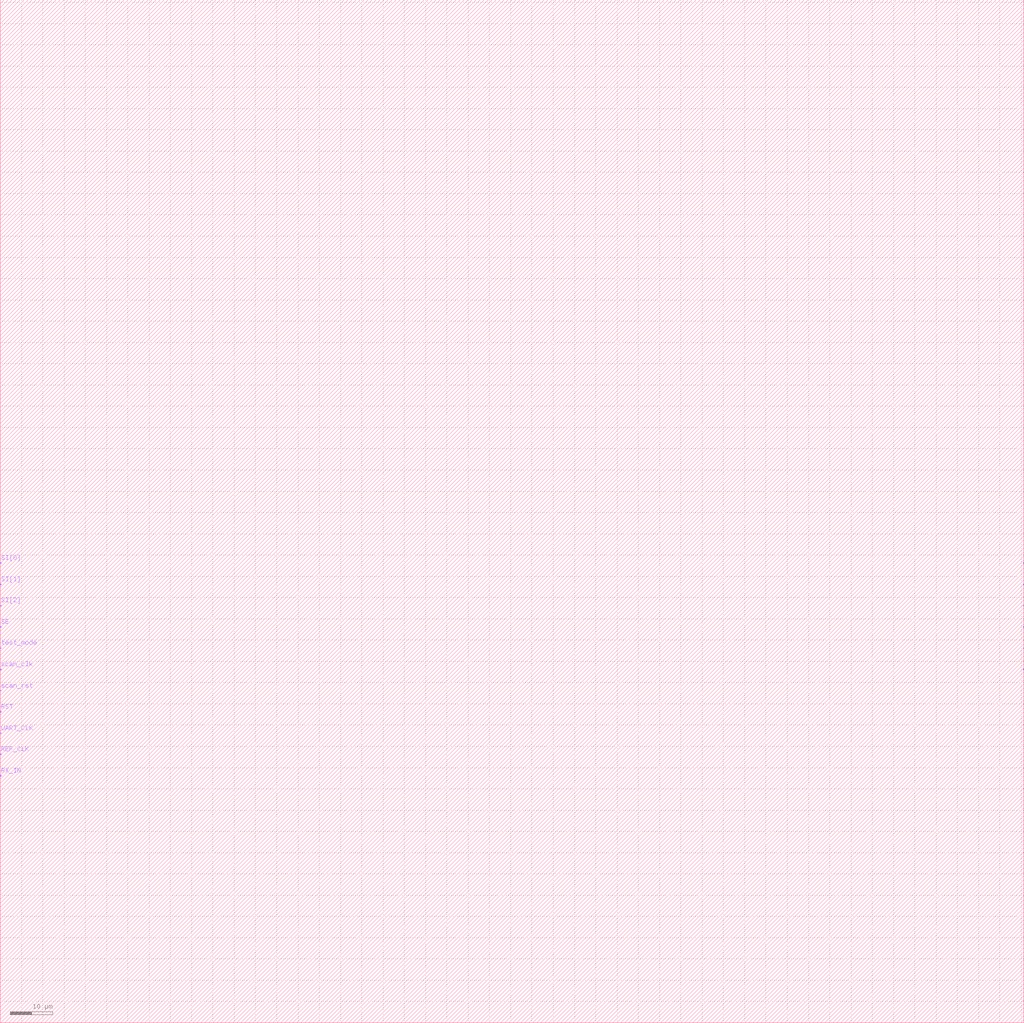
<source format=lef>

#******
# Preview export LEF
#
#	 Preview sub-version 5.10.41.500.3.38
#
# TECH LIB NAME: tsmc18
# TECH FILE NAME: techfile.cds
#******

VERSION 5.4 ;

NAMESCASESENSITIVE ON ;

DIVIDERCHAR "|" ;
BUSBITCHARS "[]" ;

UNITS
    DATABASE MICRONS 100  ;
END UNITS

MACRO SYS_TOP
    CLASS CORE ;
    FOREIGN SYS_TOP 0 0 ;
    ORIGIN 0.00 0.00 ;
    SIZE 240.6 BY 240.6 ;
    SYMMETRY X Y ;
    SITE CoreSite ;
    PIN SI[0]
        DIRECTION INPUT ;
        PORT
        LAYER METAL2 ;
        RECT  0.00 108 0.2 108.2 ;
        END
    END SI[0]
    PIN SI[1]
        DIRECTION INPUT ;
        PORT
        LAYER METAL2 ;
        RECT  0.00 103 0.2 103.2 ;
        END
    END SI[1]
    PIN SI[2]
        DIRECTION INPUT ;
        PORT
        LAYER METAL2 ;
        RECT  0.00 98 0.2 98.2 ;
        END
    END SI[2]
    PIN SE
        DIRECTION INPUT ;
        PORT
        LAYER METAL2 ;
        RECT  0.00 93 0.2 93.2 ;
        END
    END SE
    PIN test_mode
        DIRECTION INPUT ;
        PORT
        LAYER METAL2 ;
        RECT  0.00 88 0.2 88.2 ;
        END
    END test_mode
    PIN scan_clk
        DIRECTION INPUT ;
        PORT
        LAYER METAL2 ;
        RECT  0.00 83 0.2 83.2 ;
        END
    END scan_clk
    PIN scan_rst
        DIRECTION INPUT ;
        PORT
        LAYER METAL2 ;
        RECT  0.00 78 0.2 78.2 ;
        END
    END scan_rst
    PIN RST
        DIRECTION INPUT ;
        PORT
        LAYER METAL2 ;
        RECT  0.00 73 0.2 73.2 ;
        END
    END RST
    PIN UART_CLK
        DIRECTION INPUT ;
        PORT
        LAYER METAL2 ;
        RECT  0.00 68 0.2 68.2 ;
        END
    END UART_CLK
    PIN REF_CLK
        DIRECTION INPUT ;
        PORT
        LAYER METAL2 ;
        RECT  0.00 63 0.2 63.2 ;
        END
    END REF_CLK
    PIN RX_IN
        DIRECTION INPUT ;
        PORT
        LAYER METAL2 ;
        RECT  0.00 58 0.2 58.2 ;
        END
    END RX_IN
    PIN SO[0]
        DIRECTION OUTPUT ;
        PORT
        LAYER METAL3 ;
        RECT  240.47 108 240.67 108.2 ; 
        END
    END SO[0]
    PIN SO[1]
        DIRECTION OUTPUT ;
        PORT
        LAYER METAL3 ;
        RECT  240.47 103 240.67 103.2 ; 
        END
    END SO[1]
    PIN SO[2]
        DIRECTION OUTPUT ;
        PORT
        LAYER METAL3 ;
        RECT  240.47 98 240.67 98.2 ; 
        END
    END SO[2]
    PIN TX_OUT
        DIRECTION OUTPUT ;
        PORT
        LAYER METAL3 ;
        RECT  240.47 93 240.67 93.2 ; 
        END
    END TX_OUT
    PIN par_err
        DIRECTION OUTPUT ;
        PORT
        LAYER METAL3 ;
        RECT  240.47 88 240.67 88.2 ; 
        END
    END par_err
    PIN stp_err
        DIRECTION OUTPUT ;
        PORT
        LAYER METAL3 ;
        RECT  240.47 83 240.67 83.2 ; 
        END
    END stp_err
END SYS_TOP

END LIBRARY


</source>
